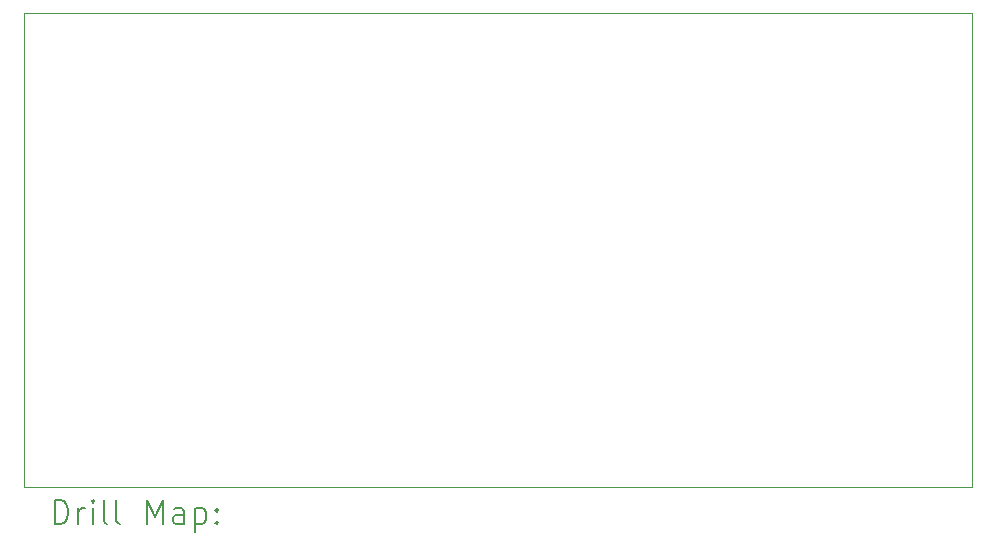
<source format=gbr>
%TF.GenerationSoftware,KiCad,Pcbnew,8.0.5*%
%TF.CreationDate,2024-11-08T12:04:55+01:00*%
%TF.ProjectId,SMD-Loetstation_v2,534d442d-4c6f-4657-9473-746174696f6e,rev?*%
%TF.SameCoordinates,Original*%
%TF.FileFunction,Drillmap*%
%TF.FilePolarity,Positive*%
%FSLAX45Y45*%
G04 Gerber Fmt 4.5, Leading zero omitted, Abs format (unit mm)*
G04 Created by KiCad (PCBNEW 8.0.5) date 2024-11-08 12:04:55*
%MOMM*%
%LPD*%
G01*
G04 APERTURE LIST*
%ADD10C,0.050000*%
%ADD11C,0.200000*%
G04 APERTURE END LIST*
D10*
X9753600Y-7162800D02*
X17780000Y-7162800D01*
X17780000Y-7162800D02*
X17780000Y-11176000D01*
X17780000Y-11176000D02*
X9753600Y-11176000D01*
X9753600Y-11176000D02*
X9753600Y-7162800D01*
D11*
X10011877Y-11489984D02*
X10011877Y-11289984D01*
X10011877Y-11289984D02*
X10059496Y-11289984D01*
X10059496Y-11289984D02*
X10088067Y-11299508D01*
X10088067Y-11299508D02*
X10107115Y-11318555D01*
X10107115Y-11318555D02*
X10116639Y-11337603D01*
X10116639Y-11337603D02*
X10126163Y-11375698D01*
X10126163Y-11375698D02*
X10126163Y-11404269D01*
X10126163Y-11404269D02*
X10116639Y-11442365D01*
X10116639Y-11442365D02*
X10107115Y-11461412D01*
X10107115Y-11461412D02*
X10088067Y-11480460D01*
X10088067Y-11480460D02*
X10059496Y-11489984D01*
X10059496Y-11489984D02*
X10011877Y-11489984D01*
X10211877Y-11489984D02*
X10211877Y-11356650D01*
X10211877Y-11394746D02*
X10221401Y-11375698D01*
X10221401Y-11375698D02*
X10230924Y-11366174D01*
X10230924Y-11366174D02*
X10249972Y-11356650D01*
X10249972Y-11356650D02*
X10269020Y-11356650D01*
X10335686Y-11489984D02*
X10335686Y-11356650D01*
X10335686Y-11289984D02*
X10326163Y-11299508D01*
X10326163Y-11299508D02*
X10335686Y-11309031D01*
X10335686Y-11309031D02*
X10345210Y-11299508D01*
X10345210Y-11299508D02*
X10335686Y-11289984D01*
X10335686Y-11289984D02*
X10335686Y-11309031D01*
X10459496Y-11489984D02*
X10440448Y-11480460D01*
X10440448Y-11480460D02*
X10430924Y-11461412D01*
X10430924Y-11461412D02*
X10430924Y-11289984D01*
X10564258Y-11489984D02*
X10545210Y-11480460D01*
X10545210Y-11480460D02*
X10535686Y-11461412D01*
X10535686Y-11461412D02*
X10535686Y-11289984D01*
X10792829Y-11489984D02*
X10792829Y-11289984D01*
X10792829Y-11289984D02*
X10859496Y-11432841D01*
X10859496Y-11432841D02*
X10926163Y-11289984D01*
X10926163Y-11289984D02*
X10926163Y-11489984D01*
X11107115Y-11489984D02*
X11107115Y-11385222D01*
X11107115Y-11385222D02*
X11097591Y-11366174D01*
X11097591Y-11366174D02*
X11078544Y-11356650D01*
X11078544Y-11356650D02*
X11040448Y-11356650D01*
X11040448Y-11356650D02*
X11021401Y-11366174D01*
X11107115Y-11480460D02*
X11088067Y-11489984D01*
X11088067Y-11489984D02*
X11040448Y-11489984D01*
X11040448Y-11489984D02*
X11021401Y-11480460D01*
X11021401Y-11480460D02*
X11011877Y-11461412D01*
X11011877Y-11461412D02*
X11011877Y-11442365D01*
X11011877Y-11442365D02*
X11021401Y-11423317D01*
X11021401Y-11423317D02*
X11040448Y-11413793D01*
X11040448Y-11413793D02*
X11088067Y-11413793D01*
X11088067Y-11413793D02*
X11107115Y-11404269D01*
X11202353Y-11356650D02*
X11202353Y-11556650D01*
X11202353Y-11366174D02*
X11221401Y-11356650D01*
X11221401Y-11356650D02*
X11259496Y-11356650D01*
X11259496Y-11356650D02*
X11278543Y-11366174D01*
X11278543Y-11366174D02*
X11288067Y-11375698D01*
X11288067Y-11375698D02*
X11297591Y-11394746D01*
X11297591Y-11394746D02*
X11297591Y-11451888D01*
X11297591Y-11451888D02*
X11288067Y-11470936D01*
X11288067Y-11470936D02*
X11278543Y-11480460D01*
X11278543Y-11480460D02*
X11259496Y-11489984D01*
X11259496Y-11489984D02*
X11221401Y-11489984D01*
X11221401Y-11489984D02*
X11202353Y-11480460D01*
X11383305Y-11470936D02*
X11392829Y-11480460D01*
X11392829Y-11480460D02*
X11383305Y-11489984D01*
X11383305Y-11489984D02*
X11373782Y-11480460D01*
X11373782Y-11480460D02*
X11383305Y-11470936D01*
X11383305Y-11470936D02*
X11383305Y-11489984D01*
X11383305Y-11366174D02*
X11392829Y-11375698D01*
X11392829Y-11375698D02*
X11383305Y-11385222D01*
X11383305Y-11385222D02*
X11373782Y-11375698D01*
X11373782Y-11375698D02*
X11383305Y-11366174D01*
X11383305Y-11366174D02*
X11383305Y-11385222D01*
M02*

</source>
